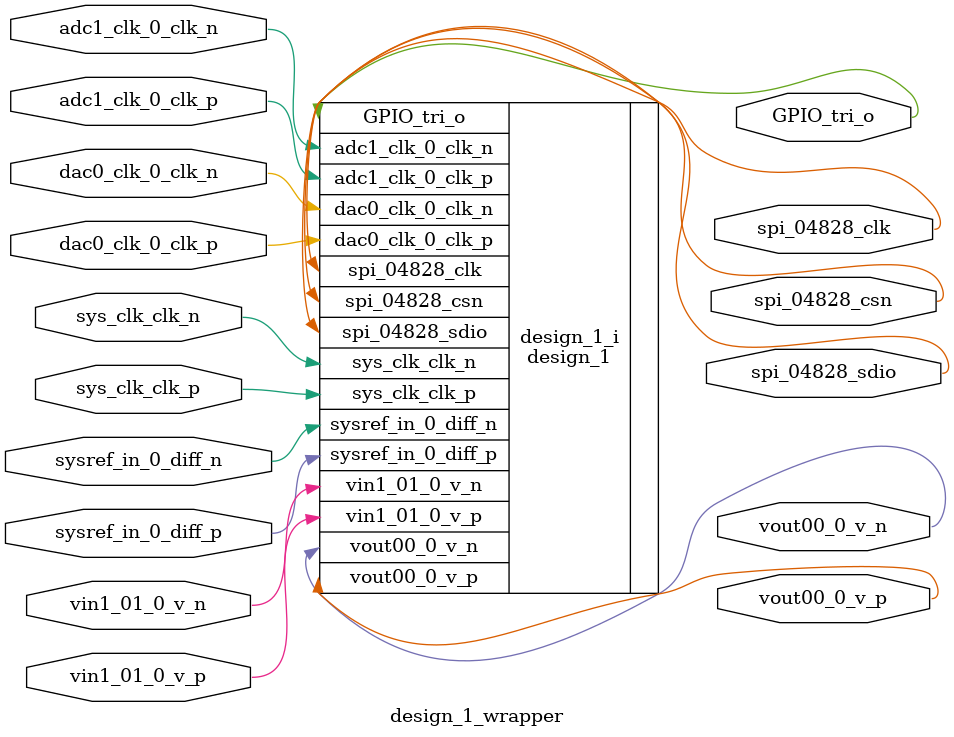
<source format=v>
`timescale 1 ps / 1 ps

module design_1_wrapper
   (GPIO_tri_o,
    adc1_clk_0_clk_n,
    adc1_clk_0_clk_p,
    dac0_clk_0_clk_n,
    dac0_clk_0_clk_p,
    spi_04828_clk,
    spi_04828_csn,
    spi_04828_sdio,
    sys_clk_clk_n,
    sys_clk_clk_p,
    sysref_in_0_diff_n,
    sysref_in_0_diff_p,
    vin1_01_0_v_n,
    vin1_01_0_v_p,
    vout00_0_v_n,
    vout00_0_v_p);
  output [0:0]GPIO_tri_o;
  input adc1_clk_0_clk_n;
  input adc1_clk_0_clk_p;
  input dac0_clk_0_clk_n;
  input dac0_clk_0_clk_p;
  output spi_04828_clk;
  output spi_04828_csn;
  output spi_04828_sdio;
  input [0:0]sys_clk_clk_n;
  input [0:0]sys_clk_clk_p;
  input sysref_in_0_diff_n;
  input sysref_in_0_diff_p;
  input vin1_01_0_v_n;
  input vin1_01_0_v_p;
  output vout00_0_v_n;
  output vout00_0_v_p;

  wire [0:0]GPIO_tri_o;
  wire adc1_clk_0_clk_n;
  wire adc1_clk_0_clk_p;
  wire dac0_clk_0_clk_n;
  wire dac0_clk_0_clk_p;
  wire spi_04828_clk;
  wire spi_04828_csn;
  wire spi_04828_sdio;
  wire [0:0]sys_clk_clk_n;
  wire [0:0]sys_clk_clk_p;
  wire sysref_in_0_diff_n;
  wire sysref_in_0_diff_p;
  wire vin1_01_0_v_n;
  wire vin1_01_0_v_p;
  wire vout00_0_v_n;
  wire vout00_0_v_p;

  design_1 design_1_i
       (.GPIO_tri_o(GPIO_tri_o),
        .adc1_clk_0_clk_n(adc1_clk_0_clk_n),
        .adc1_clk_0_clk_p(adc1_clk_0_clk_p),
        .dac0_clk_0_clk_n(dac0_clk_0_clk_n),
        .dac0_clk_0_clk_p(dac0_clk_0_clk_p),
        .spi_04828_clk(spi_04828_clk),
        .spi_04828_csn(spi_04828_csn),
        .spi_04828_sdio(spi_04828_sdio),
        .sys_clk_clk_n(sys_clk_clk_n),
        .sys_clk_clk_p(sys_clk_clk_p),
        .sysref_in_0_diff_n(sysref_in_0_diff_n),
        .sysref_in_0_diff_p(sysref_in_0_diff_p),
        .vin1_01_0_v_n(vin1_01_0_v_n),
        .vin1_01_0_v_p(vin1_01_0_v_p),
        .vout00_0_v_n(vout00_0_v_n),
        .vout00_0_v_p(vout00_0_v_p));
endmodule

</source>
